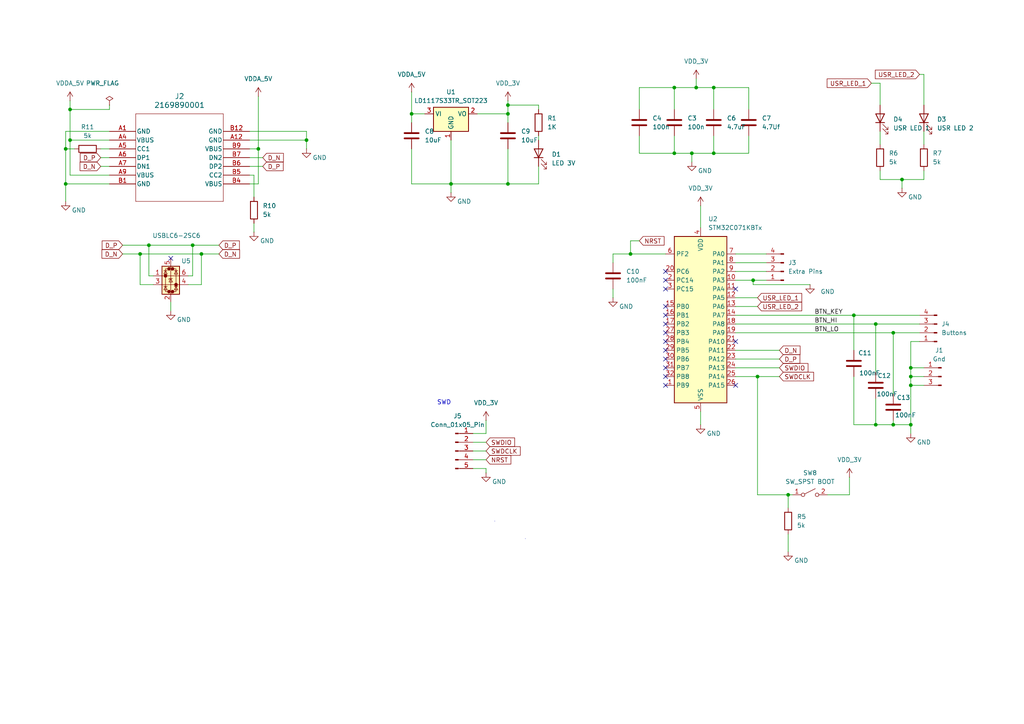
<source format=kicad_sch>
(kicad_sch (version 20231120) (generator "eeschema") (generator_version "8.0")
  (paper "A4")
  (lib_symbols
    (symbol "Connector:Conn_01x03_Pin" (pin_names (offset 1.016) hide)
      (property "Reference" "J" (at 0 5.08 0))
      (property "Value" "Conn_01x03_Pin" (at 0 -5.08 0))
      (symbol "Conn_01x03_Pin_1_1"
        (polyline (pts (xy 1.27 -2.54) (xy 0.8636 -2.54)) (stroke (width 0.1524)))
        (polyline (pts (xy 1.27 0) (xy 0.8636 0)) (stroke (width 0.1524)))
        (polyline (pts (xy 1.27 2.54) (xy 0.8636 2.54)) (stroke (width 0.1524)))
        (rectangle (start 0.8636 -2.413) (end 0 -2.667) (stroke (width 0.1524)) (fill (type outline)))
        (rectangle (start 0.8636 0.127) (end 0 -0.127) (stroke (width 0.1524)) (fill (type outline)))
        (rectangle (start 0.8636 2.667) (end 0 2.413) (stroke (width 0.1524)) (fill (type outline)))
        (pin passive line (at 5.08 2.54 180) (length 3.81) (name "Pin_1") (number "1"))
        (pin passive line (at 5.08 0 180) (length 3.81) (name "Pin_2") (number "2"))
        (pin passive line (at 5.08 -2.54 180) (length 3.81) (name "Pin_3") (number "3"))
      )
    )
    (symbol "Connector:Conn_01x04_Pin" (pin_names (offset 1.016) hide)
      (property "Reference" "J" (at 0 5.08 0))
      (property "Value" "Conn_01x04_Pin" (at 0 -7.62 0))
      (symbol "Conn_01x04_Pin_1_1"
        (polyline (pts (xy 1.27 -5.08) (xy 0.8636 -5.08)) (stroke (width 0.1524)))
        (polyline (pts (xy 1.27 -2.54) (xy 0.8636 -2.54)) (stroke (width 0.1524)))
        (polyline (pts (xy 1.27 0) (xy 0.8636 0)) (stroke (width 0.1524)))
        (polyline (pts (xy 1.27 2.54) (xy 0.8636 2.54)) (stroke (width 0.1524)))
        (rectangle (start 0.8636 -4.953) (end 0 -5.207) (stroke (width 0.1524)) (fill (type outline)))
        (rectangle (start 0.8636 -2.413) (end 0 -2.667) (stroke (width 0.1524)) (fill (type outline)))
        (rectangle (start 0.8636 0.127) (end 0 -0.127) (stroke (width 0.1524)) (fill (type outline)))
        (rectangle (start 0.8636 2.667) (end 0 2.413) (stroke (width 0.1524)) (fill (type outline)))
        (pin passive line (at 5.08 2.54 180) (length 3.81) (name "Pin_1") (number "1"))
        (pin passive line (at 5.08 0 180) (length 3.81) (name "Pin_2") (number "2"))
        (pin passive line (at 5.08 -2.54 180) (length 3.81) (name "Pin_3") (number "3"))
        (pin passive line (at 5.08 -5.08 180) (length 3.81) (name "Pin_4") (number "4"))
      )
    )
    (symbol "Connector:Conn_01x05_Pin" (pin_names (offset 1.016) hide)
      (property "Reference" "J" (at 0 7.62 0))
      (property "Value" "Conn_01x05_Pin" (at 0 -7.62 0))
      (symbol "Conn_01x05_Pin_1_1"
        (polyline (pts (xy 1.27 -5.08) (xy 0.8636 -5.08)) (stroke (width 0.1524)))
        (polyline (pts (xy 1.27 -2.54) (xy 0.8636 -2.54)) (stroke (width 0.1524)))
        (polyline (pts (xy 1.27 0) (xy 0.8636 0)) (stroke (width 0.1524)))
        (polyline (pts (xy 1.27 2.54) (xy 0.8636 2.54)) (stroke (width 0.1524)))
        (polyline (pts (xy 1.27 5.08) (xy 0.8636 5.08)) (stroke (width 0.1524)))
        (rectangle (start 0.8636 -4.953) (end 0 -5.207) (stroke (width 0.1524)) (fill (type outline)))
        (rectangle (start 0.8636 -2.413) (end 0 -2.667) (stroke (width 0.1524)) (fill (type outline)))
        (rectangle (start 0.8636 0.127) (end 0 -0.127) (stroke (width 0.1524)) (fill (type outline)))
        (rectangle (start 0.8636 2.667) (end 0 2.413) (stroke (width 0.1524)) (fill (type outline)))
        (rectangle (start 0.8636 5.207) (end 0 4.953) (stroke (width 0.1524)) (fill (type outline)))
        (pin passive line (at 5.08 5.08 180) (length 3.81) (name "Pin_1") (number "1"))
        (pin passive line (at 5.08 2.54 180) (length 3.81) (name "Pin_2") (number "2"))
        (pin passive line (at 5.08 0 180) (length 3.81) (name "Pin_3") (number "3"))
        (pin passive line (at 5.08 -2.54 180) (length 3.81) (name "Pin_4") (number "4"))
        (pin passive line (at 5.08 -5.08 180) (length 3.81) (name "Pin_5") (number "5"))
      )
    )
    (symbol "Device:C" (pin_numbers hide) (pin_names (offset 0.254))
      (property "Reference" "C" (at 0.635 2.54 0))
      (property "Value" "C" (at 0.635 -2.54 0))
      (symbol "C_0_1"
        (polyline (pts (xy -2.032 -0.762) (xy 2.032 -0.762)) (stroke (width 0.508)))
        (polyline (pts (xy -2.032 0.762) (xy 2.032 0.762)) (stroke (width 0.508)))
      )
      (symbol "C_1_1"
        (pin passive line (at 0 3.81 270) (length 2.794) (name "~") (number "1"))
        (pin passive line (at 0 -3.81 90) (length 2.794) (name "~") (number "2"))
      )
    )
    (symbol "Device:LED" (pin_numbers hide) (pin_names (offset 1.016) hide)
      (property "Reference" "D" (at 0 2.54 0))
      (property "Value" "LED" (at 0 -2.54 0))
      (symbol "LED_0_1"
        (polyline (pts (xy -1.27 -1.27) (xy -1.27 1.27)) (stroke (width 0.254)))
        (polyline (pts (xy -1.27 0) (xy 1.27 0)))
        (polyline (pts (xy 1.27 -1.27) (xy 1.27 1.27) (xy -1.27 0) (xy 1.27 -1.27)) (stroke (width 0.254)))
        (polyline (pts (xy -3.048 -0.762) (xy -4.572 -2.286) (xy -3.81 -2.286) (xy -4.572 -2.286) (xy -4.572 -1.524)))
        (polyline (pts (xy -1.778 -0.762) (xy -3.302 -2.286) (xy -2.54 -2.286) (xy -3.302 -2.286) (xy -3.302 -1.524)))
      )
      (symbol "LED_1_1"
        (pin passive line (at -3.81 0 0) (length 2.54) (name "K") (number "1"))
        (pin passive line (at 3.81 0 180) (length 2.54) (name "A") (number "2"))
      )
    )
    (symbol "Device:R" (pin_numbers hide) (pin_names (offset 0))
      (property "Reference" "R" (at 2.032 0 90))
      (property "Value" "R" (at 0 0 90))
      (symbol "R_0_1"
        (rectangle (start -1.016 -2.54) (end 1.016 2.54) (stroke (width 0.254)))
      )
      (symbol "R_1_1"
        (pin passive line (at 0 3.81 270) (length 1.27) (name "~") (number "1"))
        (pin passive line (at 0 -3.81 90) (length 1.27) (name "~") (number "2"))
      )
    )
    (symbol "MCU_ST_STM32C0:STM32C071KBTx"
      (property "Reference" "U" (at -7.62 26.67 0))
      (property "Value" "STM32C071KBTx" (at 2.54 26.67 0))
      (symbol "STM32C071KBTx_0_1"
        (rectangle (start -7.62 -22.86) (end 7.62 25.4) (stroke (width 0.254)) (fill (type background)))
      )
      (symbol "STM32C071KBTx_1_1"
        (pin bidirectional line (at -10.16 -17.78 0) (length 2.54) (name "PB9") (number "1"))
        (pin bidirectional line (at 10.16 12.7 180) (length 2.54) (name "PA3") (number "10"))
        (pin bidirectional line (at 10.16 10.16 180) (length 2.54) (name "PA4") (number "11"))
        (pin bidirectional line (at 10.16 7.62 180) (length 2.54) (name "PA5") (number "12"))
        (pin bidirectional line (at 10.16 5.08 180) (length 2.54) (name "PA6") (number "13"))
        (pin bidirectional line (at 10.16 2.54 180) (length 2.54) (name "PA7") (number "14"))
        (pin bidirectional line (at -10.16 5.08 0) (length 2.54) (name "PB0") (number "15"))
        (pin bidirectional line (at -10.16 2.54 0) (length 2.54) (name "PB1") (number "16"))
        (pin bidirectional line (at -10.16 0 0) (length 2.54) (name "PB2") (number "17"))
        (pin bidirectional line (at 10.16 0 180) (length 2.54) (name "PA8") (number "18"))
        (pin bidirectional line (at 10.16 -2.54 180) (length 2.54) (name "PA9") (number "19"))
        (pin bidirectional line (at -10.16 12.7 0) (length 2.54) (name "PC14") (number "2"))
        (pin bidirectional line (at -10.16 15.24 0) (length 2.54) (name "PC6") (number "20"))
        (pin bidirectional line (at 10.16 -5.08 180) (length 2.54) (name "PA10") (number "21"))
        (pin bidirectional line (at 10.16 -7.62 180) (length 2.54) (name "PA11") (number "22"))
        (pin bidirectional line (at 10.16 -10.16 180) (length 2.54) (name "PA12") (number "23"))
        (pin bidirectional line (at 10.16 -12.7 180) (length 2.54) (name "PA13") (number "24"))
        (pin bidirectional line (at 10.16 -15.24 180) (length 2.54) (name "PA14") (number "25"))
        (pin bidirectional line (at 10.16 -17.78 180) (length 2.54) (name "PA15") (number "26"))
        (pin bidirectional line (at -10.16 -2.54 0) (length 2.54) (name "PB3") (number "27"))
        (pin bidirectional line (at -10.16 -5.08 0) (length 2.54) (name "PB4") (number "28"))
        (pin bidirectional line (at -10.16 -7.62 0) (length 2.54) (name "PB5") (number "29"))
        (pin bidirectional line (at -10.16 10.16 0) (length 2.54) (name "PC15") (number "3"))
        (pin bidirectional line (at -10.16 -10.16 0) (length 2.54) (name "PB6") (number "30"))
        (pin bidirectional line (at -10.16 -12.7 0) (length 2.54) (name "PB7") (number "31"))
        (pin bidirectional line (at -10.16 -15.24 0) (length 2.54) (name "PB8") (number "32"))
        (pin power_in line (at 0 27.94 270) (length 2.54) (name "VDD") (number "4"))
        (pin power_in line (at 0 -25.4 90) (length 2.54) (name "VSS") (number "5"))
        (pin bidirectional line (at -10.16 20.32 0) (length 2.54) (name "PF2") (number "6"))
        (pin bidirectional line (at 10.16 20.32 180) (length 2.54) (name "PA0") (number "7"))
        (pin bidirectional line (at 10.16 17.78 180) (length 2.54) (name "PA1") (number "8"))
        (pin bidirectional line (at 10.16 15.24 180) (length 2.54) (name "PA2") (number "9"))
      )
    )
    (symbol "Power_Protection:USBLC6-2SC6" (pin_names hide)
      (property "Reference" "U" (at 0.635 5.715 0))
      (property "Value" "USBLC6-2SC6" (at 0.635 3.81 0))
      (symbol "USBLC6-2SC6_0_0"
        (circle (center -1.524 0) (radius 0.0001) (stroke (width 0.508)))
        (circle (center -0.508 -4.572) (radius 0.0001) (stroke (width 0.508)))
        (circle (center -0.508 2.032) (radius 0.0001) (stroke (width 0.508)))
        (circle (center 0.508 -4.572) (radius 0.0001) (stroke (width 0.508)))
        (circle (center 0.508 2.032) (radius 0.0001) (stroke (width 0.508)))
        (circle (center 1.524 -2.54) (radius 0.0001) (stroke (width 0.508)))
      )
      (symbol "USBLC6-2SC6_0_1"
        (polyline (pts (xy -2.54 -2.54) (xy 2.54 -2.54)))
        (polyline (pts (xy -2.54 0) (xy 2.54 0)))
        (polyline (pts (xy -2.032 -3.048) (xy -1.016 -3.048)))
        (polyline (pts (xy -1.016 1.524) (xy -2.032 1.524)))
        (polyline (pts (xy 1.016 -3.048) (xy 2.032 -3.048)))
        (polyline (pts (xy 1.016 1.524) (xy 2.032 1.524)))
        (polyline (pts (xy -0.508 -1.143) (xy -0.508 -0.762) (xy 0.508 -0.762)))
        (polyline (pts (xy -2.032 0.508) (xy -1.016 0.508) (xy -1.524 1.524) (xy -2.032 0.508)))
        (polyline (pts (xy -1.016 -4.064) (xy -2.032 -4.064) (xy -1.524 -3.048) (xy -1.016 -4.064)))
        (polyline (pts (xy 0.508 -1.778) (xy -0.508 -1.778) (xy 0 -0.762) (xy 0.508 -1.778)))
        (polyline (pts (xy 2.032 -4.064) (xy 1.016 -4.064) (xy 1.524 -3.048) (xy 2.032 -4.064)))
        (polyline (pts (xy 2.032 0.508) (xy 1.016 0.508) (xy 1.524 1.524) (xy 2.032 0.508)))
        (polyline (pts (xy 0 2.54) (xy -0.508 2.032) (xy 0.508 2.032) (xy 0 1.524) (xy 0 -4.064) (xy -0.508 -4.572) (xy 0.508 -4.572) (xy 0 -5.08)))
      )
      (symbol "USBLC6-2SC6_1_1"
        (rectangle (start -2.54 2.794) (end 2.54 -5.334) (stroke (width 0.254)) (fill (type background)))
        (polyline (pts (xy -0.508 2.032) (xy -1.524 2.032) (xy -1.524 -4.572) (xy -0.508 -4.572)))
        (polyline (pts (xy 0.508 -4.572) (xy 1.524 -4.572) (xy 1.524 2.032) (xy 0.508 2.032)))
        (pin passive line (at -5.08 0 0) (length 2.54) (name "I/O1") (number "1"))
        (pin passive line (at 0 -7.62 90) (length 2.54) (name "GND") (number "2"))
        (pin passive line (at -5.08 -2.54 0) (length 2.54) (name "I/O2") (number "3"))
        (pin passive line (at 5.08 -2.54 180) (length 2.54) (name "I/O2") (number "4"))
        (pin passive line (at 0 5.08 270) (length 2.54) (name "VBUS") (number "5"))
        (pin passive line (at 5.08 0 180) (length 2.54) (name "I/O1") (number "6"))
      )
    )
    (symbol "Regulator_Linear:LD1117S33TR_SOT223"
      (property "Reference" "U" (at -3.81 3.175 0))
      (property "Value" "LD1117S33TR_SOT223" (at 0 3.175 0))
      (symbol "LD1117S33TR_SOT223_0_1"
        (rectangle (start -5.08 -5.08) (end 5.08 1.905) (stroke (width 0.254)) (fill (type background)))
      )
      (symbol "LD1117S33TR_SOT223_1_1"
        (pin power_in line (at 0 -7.62 90) (length 2.54) (name "GND") (number "1"))
        (pin power_out line (at 7.62 0 180) (length 2.54) (name "VO") (number "2"))
        (pin power_in line (at -7.62 0 0) (length 2.54) (name "VI") (number "3"))
      )
    )
    (symbol "Switch:SW_SPST" (pin_names (offset 0) hide)
      (property "Reference" "SW" (at 0 3.175 0))
      (property "Value" "SW_SPST" (at 0 -2.54 0))
      (symbol "SW_SPST_0_0"
        (circle (center -2.032 0) (radius 0.508))
        (polyline (pts (xy -1.524 0.254) (xy 1.524 1.778)))
        (circle (center 2.032 0) (radius 0.508))
      )
      (symbol "SW_SPST_1_1"
        (pin passive line (at -5.08 0 0) (length 2.54) (name "A") (number "1"))
        (pin passive line (at 5.08 0 180) (length 2.54) (name "B") (number "2"))
      )
    )
    (symbol "USB Connector:2169890001" (pin_names (offset 0.254))
      (property "Reference" "J" (at 20.32 10.16 0))
      (property "Value" "2169890001" (at 20.32 7.62 0))
      (symbol "2169890001_0_1"
        (polyline (pts (xy 7.62 -20.32) (xy 33.02 -20.32)) (stroke (width 0.127)))
        (polyline (pts (xy 7.62 5.08) (xy 7.62 -20.32)) (stroke (width 0.127)))
        (polyline (pts (xy 33.02 -20.32) (xy 33.02 5.08)) (stroke (width 0.127)))
        (polyline (pts (xy 33.02 5.08) (xy 7.62 5.08)) (stroke (width 0.127)))
        (pin power_out line (at 0 0 0) (length 7.62) (name "GND") (number "A1"))
        (pin power_out line (at 40.64 -2.54 180) (length 7.62) (name "GND") (number "A12"))
        (pin power_in line (at 0 -2.54 0) (length 7.62) (name "VBUS") (number "A4"))
        (pin bidirectional line (at 0 -5.08 0) (length 7.62) (name "CC1") (number "A5"))
        (pin bidirectional line (at 0 -7.62 0) (length 7.62) (name "DP1") (number "A6"))
        (pin bidirectional line (at 0 -10.16 0) (length 7.62) (name "DN1") (number "A7"))
        (pin power_in line (at 0 -12.7 0) (length 7.62) (name "VBUS") (number "A9"))
        (pin power_out line (at 0 -15.24 0) (length 7.62) (name "GND") (number "B1"))
        (pin power_out line (at 40.64 0 180) (length 7.62) (name "GND") (number "B12"))
        (pin power_in line (at 40.64 -15.24 180) (length 7.62) (name "VBUS") (number "B4"))
        (pin bidirectional line (at 40.64 -12.7 180) (length 7.62) (name "CC2") (number "B5"))
        (pin bidirectional line (at 40.64 -10.16 180) (length 7.62) (name "DP2") (number "B6"))
        (pin bidirectional line (at 40.64 -7.62 180) (length 7.62) (name "DN2") (number "B7"))
        (pin power_in line (at 40.64 -5.08 180) (length 7.62) (name "VBUS") (number "B9"))
      )
    )
    (symbol "power:GND" (power) (pin_numbers hide) (pin_names (offset 0) hide)
      (property "Value" "GND" (at 0 -3.81 0))
      (symbol "GND_0_1"
        (polyline (pts (xy 0 0) (xy 0 -1.27) (xy 1.27 -1.27) (xy 0 -2.54) (xy -1.27 -1.27) (xy 0 -1.27)))
      )
      (symbol "GND_1_1"
        (pin power_in line (at 0 0 270) (length 0) (name "~") (number "1"))
      )
    )
    (symbol "power:PWR_FLAG" (power) (pin_numbers hide) (pin_names (offset 0) hide)
      (property "Value" "PWR_FLAG" (at 0 3.81 0))
      (symbol "PWR_FLAG_0_0"
        (pin power_out line (at 0 0 90) (length 0) (name "~") (number "1"))
      )
      (symbol "PWR_FLAG_0_1"
        (polyline (pts (xy 0 0) (xy 0 1.27) (xy -1.016 1.905) (xy 0 2.54) (xy 1.016 1.905) (xy 0 1.27)))
      )
    )
    (symbol "power:VDD" (power) (pin_numbers hide) (pin_names (offset 0) hide)
      (property "Value" "VDD" (at 0 3.556 0))
      (symbol "VDD_0_1"
        (polyline (pts (xy -0.762 1.27) (xy 0 2.54)))
        (polyline (pts (xy 0 0) (xy 0 2.54)))
        (polyline (pts (xy 0 2.54) (xy 0.762 1.27)))
      )
      (symbol "VDD_1_1"
        (pin power_in line (at 0 0 90) (length 0) (name "~") (number "1"))
      )
    )
    (symbol "power:VDDA" (power) (pin_numbers hide) (pin_names (offset 0) hide)
      (property "Value" "VDDA" (at 0 3.556 0))
      (symbol "VDDA_0_1"
        (polyline (pts (xy -0.762 1.27) (xy 0 2.54)))
        (polyline (pts (xy 0 0) (xy 0 2.54)))
        (polyline (pts (xy 0 2.54) (xy 0.762 1.27)))
      )
      (symbol "VDDA_1_1"
        (pin power_in line (at 0 0 90) (length 0) (name "~") (number "1"))
      )
    )
  )
  (junction (at 254 123.19))
  (junction (at 200.66 44.45))
  (junction (at 20.32 31.75))
  (junction (at 55.88 71.12))
  (junction (at 264.16 109.22))
  (junction (at 119.38 33.02))
  (junction (at 195.58 44.45))
  (junction (at 19.05 53.34))
  (junction (at 264.16 106.68))
  (junction (at 247.65 91.44))
  (junction (at 195.58 25.4))
  (junction (at 218.44 81.28))
  (junction (at 182.88 73.66))
  (junction (at 207.01 44.45))
  (junction (at 74.93 43.18))
  (junction (at 201.93 25.4))
  (junction (at 264.16 111.76))
  (junction (at 261.62 52.07))
  (junction (at 20.32 40.64))
  (junction (at 207.01 25.4))
  (junction (at 147.32 30.48))
  (junction (at 254 93.98))
  (junction (at 88.9 40.64))
  (junction (at 147.32 53.34))
  (junction (at 40.64 73.66))
  (junction (at 259.08 123.19))
  (junction (at 228.6 143.51))
  (junction (at 259.08 96.52))
  (junction (at 219.71 109.22))
  (junction (at 58.42 73.66))
  (junction (at 147.32 33.02))
  (junction (at 264.16 123.19))
  (junction (at 19.05 43.18))
  (junction (at 130.81 53.34))
  (junction (at 43.18 71.12))
  (no_connect (at 213.36 83.82))
  (no_connect (at 193.04 101.6))
  (no_connect (at 193.04 104.14))
  (no_connect (at 213.36 99.06))
  (no_connect (at 193.04 99.06))
  (no_connect (at 193.04 81.28))
  (no_connect (at 193.04 109.22))
  (no_connect (at 193.04 88.9))
  (no_connect (at 193.04 111.76))
  (no_connect (at 193.04 93.98))
  (no_connect (at 49.53 74.93))
  (no_connect (at 213.36 111.76))
  (no_connect (at 193.04 91.44))
  (no_connect (at 193.04 96.52))
  (no_connect (at 193.04 78.74))
  (no_connect (at 193.04 83.82))
  (no_connect (at 193.04 106.68))
  (wire (pts (xy 185.42 69.85) (xy 182.88 69.85)))
  (wire (pts (xy 207.01 25.4) (xy 217.17 25.4)))
  (wire (pts (xy 264.16 106.68) (xy 267.97 106.68)))
  (wire (pts (xy 147.32 33.02) (xy 147.32 35.56)))
  (wire (pts (xy 201.93 22.86) (xy 201.93 25.4)))
  (wire (pts (xy 137.16 135.89) (xy 140.97 135.89)))
  (wire (pts (xy 88.9 40.64) (xy 88.9 43.18)))
  (wire (pts (xy 74.93 53.34) (xy 74.93 43.18)))
  (wire (pts (xy 72.39 53.34) (xy 74.93 53.34)))
  (wire (pts (xy 147.32 33.02) (xy 147.32 30.48)))
  (wire (pts (xy 213.36 78.74) (xy 222.25 78.74)))
  (wire (pts (xy 217.17 25.4) (xy 217.17 31.75)))
  (wire (pts (xy 29.21 43.18) (xy 31.75 43.18)))
  (wire (pts (xy 147.32 43.18) (xy 147.32 53.34)))
  (wire (pts (xy 182.88 73.66) (xy 193.04 73.66)))
  (wire (pts (xy 72.39 38.1) (xy 88.9 38.1)))
  (wire (pts (xy 264.16 111.76) (xy 267.97 111.76)))
  (wire (pts (xy 29.21 48.26) (xy 31.75 48.26)))
  (wire (pts (xy 156.21 30.48) (xy 156.21 31.75)))
  (wire (pts (xy 137.16 125.73) (xy 140.97 125.73)))
  (wire (pts (xy 200.66 44.45) (xy 207.01 44.45)))
  (wire (pts (xy 147.32 30.48) (xy 156.21 30.48)))
  (wire (pts (xy 267.97 52.07) (xy 267.97 49.53)))
  (wire (pts (xy 267.97 21.59) (xy 267.97 30.48)))
  (wire (pts (xy 213.36 91.44) (xy 247.65 91.44)))
  (wire (pts (xy 156.21 48.26) (xy 156.21 53.34)))
  (wire (pts (xy 255.27 49.53) (xy 255.27 52.07)))
  (wire (pts (xy 137.16 130.81) (xy 140.97 130.81)))
  (wire (pts (xy 264.16 109.22) (xy 267.97 109.22)))
  (wire (pts (xy 261.62 52.07) (xy 267.97 52.07)))
  (wire (pts (xy 240.03 143.51) (xy 246.38 143.51)))
  (wire (pts (xy 185.42 44.45) (xy 195.58 44.45)))
  (wire (pts (xy 213.36 106.68) (xy 226.06 106.68)))
  (wire (pts (xy 29.21 45.72) (xy 31.75 45.72)))
  (wire (pts (xy 44.45 82.55) (xy 40.64 82.55)))
  (wire (pts (xy 119.38 33.02) (xy 119.38 35.56)))
  (wire (pts (xy 213.36 104.14) (xy 226.06 104.14)))
  (wire (pts (xy 73.66 50.8) (xy 73.66 57.15)))
  (wire (pts (xy 19.05 43.18) (xy 21.59 43.18)))
  (wire (pts (xy 20.32 50.8) (xy 20.32 40.64)))
  (wire (pts (xy 207.01 39.37) (xy 207.01 44.45)))
  (wire (pts (xy 54.61 80.01) (xy 55.88 80.01)))
  (wire (pts (xy 200.66 44.45) (xy 200.66 46.99)))
  (wire (pts (xy 140.97 125.73) (xy 140.97 121.92)))
  (wire (pts (xy 156.21 53.34) (xy 147.32 53.34)))
  (wire (pts (xy 213.36 73.66) (xy 222.25 73.66)))
  (wire (pts (xy 20.32 31.75) (xy 20.32 29.21)))
  (wire (pts (xy 219.71 109.22) (xy 219.71 143.51)))
  (wire (pts (xy 31.75 30.48) (xy 31.75 31.75)))
  (wire (pts (xy 228.6 143.51) (xy 229.87 143.51)))
  (wire (pts (xy 203.2 59.69) (xy 203.2 66.04)))
  (wire (pts (xy 19.05 53.34) (xy 19.05 58.42)))
  (wire (pts (xy 58.42 73.66) (xy 63.5 73.66)))
  (wire (pts (xy 259.08 96.52) (xy 266.7 96.52)))
  (wire (pts (xy 55.88 80.01) (xy 55.88 71.12)))
  (wire (pts (xy 195.58 39.37) (xy 195.58 44.45)))
  (wire (pts (xy 213.36 109.22) (xy 219.71 109.22)))
  (wire (pts (xy 72.39 43.18) (xy 74.93 43.18)))
  (wire (pts (xy 255.27 52.07) (xy 261.62 52.07)))
  (wire (pts (xy 207.01 25.4) (xy 207.01 31.75)))
  (wire (pts (xy 123.19 33.02) (xy 119.38 33.02)))
  (wire (pts (xy 185.42 25.4) (xy 195.58 25.4)))
  (wire (pts (xy 119.38 26.67) (xy 119.38 33.02)))
  (wire (pts (xy 219.71 143.51) (xy 228.6 143.51)))
  (wire (pts (xy 182.88 69.85) (xy 182.88 73.66)))
  (wire (pts (xy 43.18 80.01) (xy 44.45 80.01)))
  (wire (pts (xy 246.38 143.51) (xy 246.38 138.43)))
  (wire (pts (xy 254 123.19) (xy 259.08 123.19)))
  (wire (pts (xy 72.39 45.72) (xy 76.2 45.72)))
  (wire (pts (xy 247.65 123.19) (xy 254 123.19)))
  (wire (pts (xy 213.36 101.6) (xy 226.06 101.6)))
  (wire (pts (xy 228.6 147.32) (xy 228.6 143.51)))
  (wire (pts (xy 43.18 71.12) (xy 43.18 80.01)))
  (wire (pts (xy 35.56 71.12) (xy 43.18 71.12)))
  (wire (pts (xy 247.65 91.44) (xy 266.7 91.44)))
  (wire (pts (xy 185.42 39.37) (xy 185.42 44.45)))
  (wire (pts (xy 264.16 106.68) (xy 264.16 99.06)))
  (wire (pts (xy 130.81 40.64) (xy 130.81 53.34)))
  (wire (pts (xy 234.95 82.55) (xy 218.44 82.55)))
  (wire (pts (xy 267.97 38.1) (xy 267.97 41.91)))
  (wire (pts (xy 54.61 82.55) (xy 58.42 82.55)))
  (wire (pts (xy 73.66 50.8) (xy 72.39 50.8)))
  (wire (pts (xy 247.65 123.19) (xy 247.65 109.22)))
  (wire (pts (xy 156.21 39.37) (xy 156.21 40.64)))
  (wire (pts (xy 264.16 109.22) (xy 264.16 106.68)))
  (wire (pts (xy 195.58 44.45) (xy 200.66 44.45)))
  (wire (pts (xy 20.32 50.8) (xy 31.75 50.8)))
  (wire (pts (xy 137.16 128.27) (xy 140.97 128.27)))
  (wire (pts (xy 217.17 44.45) (xy 217.17 39.37)))
  (wire (pts (xy 213.36 93.98) (xy 254 93.98)))
  (wire (pts (xy 55.88 71.12) (xy 63.5 71.12)))
  (wire (pts (xy 74.93 43.18) (xy 74.93 27.94)))
  (wire (pts (xy 137.16 133.35) (xy 140.97 133.35)))
  (wire (pts (xy 201.93 25.4) (xy 207.01 25.4)))
  (wire (pts (xy 138.43 33.02) (xy 147.32 33.02)))
  (wire (pts (xy 218.44 82.55) (xy 218.44 81.28)))
  (wire (pts (xy 130.81 53.34) (xy 119.38 53.34)))
  (wire (pts (xy 254 115.57) (xy 254 123.19)))
  (wire (pts (xy 252.73 24.13) (xy 255.27 24.13)))
  (wire (pts (xy 261.62 52.07) (xy 261.62 54.61)))
  (wire (pts (xy 20.32 40.64) (xy 20.32 31.75)))
  (wire (pts (xy 177.8 73.66) (xy 177.8 76.2)))
  (wire (pts (xy 259.08 121.92) (xy 259.08 123.19)))
  (wire (pts (xy 130.81 53.34) (xy 130.81 55.88)))
  (wire (pts (xy 264.16 125.73) (xy 264.16 123.19)))
  (wire (pts (xy 119.38 53.34) (xy 119.38 43.18)))
  (wire (pts (xy 247.65 91.44) (xy 247.65 101.6)))
  (wire (pts (xy 255.27 38.1) (xy 255.27 41.91)))
  (wire (pts (xy 72.39 40.64) (xy 88.9 40.64)))
  (wire (pts (xy 58.42 73.66) (xy 58.42 82.55)))
  (wire (pts (xy 203.2 119.38) (xy 203.2 123.19)))
  (wire (pts (xy 147.32 30.48) (xy 147.32 29.21)))
  (wire (pts (xy 177.8 73.66) (xy 182.88 73.66)))
  (wire (pts (xy 259.08 96.52) (xy 259.08 114.3)))
  (wire (pts (xy 219.71 109.22) (xy 226.06 109.22)))
  (wire (pts (xy 19.05 53.34) (xy 31.75 53.34)))
  (wire (pts (xy 40.64 73.66) (xy 58.42 73.66)))
  (wire (pts (xy 213.36 76.2) (xy 222.25 76.2)))
  (wire (pts (xy 140.97 135.89) (xy 140.97 137.16)))
  (wire (pts (xy 195.58 25.4) (xy 195.58 31.75)))
  (wire (pts (xy 185.42 31.75) (xy 185.42 25.4)))
  (wire (pts (xy 264.16 99.06) (xy 266.7 99.06)))
  (wire (pts (xy 19.05 43.18) (xy 19.05 53.34)))
  (wire (pts (xy 259.08 123.19) (xy 264.16 123.19)))
  (wire (pts (xy 20.32 40.64) (xy 31.75 40.64)))
  (wire (pts (xy 88.9 38.1) (xy 88.9 40.64)))
  (wire (pts (xy 72.39 48.26) (xy 76.2 48.26)))
  (wire (pts (xy 130.81 53.34) (xy 147.32 53.34)))
  (wire (pts (xy 264.16 123.19) (xy 264.16 111.76)))
  (wire (pts (xy 19.05 38.1) (xy 31.75 38.1)))
  (wire (pts (xy 43.18 71.12) (xy 55.88 71.12)))
  (wire (pts (xy 213.36 96.52) (xy 259.08 96.52)))
  (wire (pts (xy 255.27 24.13) (xy 255.27 30.48)))
  (wire (pts (xy 213.36 86.36) (xy 219.71 86.36)))
  (wire (pts (xy 213.36 81.28) (xy 218.44 81.28)))
  (wire (pts (xy 254 93.98) (xy 254 107.95)))
  (wire (pts (xy 40.64 82.55) (xy 40.64 73.66)))
  (wire (pts (xy 213.36 88.9) (xy 219.71 88.9)))
  (wire (pts (xy 195.58 25.4) (xy 201.93 25.4)))
  (wire (pts (xy 19.05 38.1) (xy 19.05 43.18)))
  (wire (pts (xy 254 93.98) (xy 266.7 93.98)))
  (wire (pts (xy 49.53 87.63) (xy 49.53 90.17)))
  (wire (pts (xy 218.44 81.28) (xy 222.25 81.28)))
  (wire (pts (xy 31.75 31.75) (xy 20.32 31.75)))
  (wire (pts (xy 264.16 111.76) (xy 264.16 109.22)))
  (wire (pts (xy 228.6 154.94) (xy 228.6 160.02)))
  (wire (pts (xy 35.56 73.66) (xy 40.64 73.66)))
  (wire (pts (xy 207.01 44.45) (xy 217.17 44.45)))
  (wire (pts (xy 73.66 64.77) (xy 73.66 67.31)))
  (wire (pts (xy 177.8 86.36) (xy 177.8 83.82)))
  (wire (pts (xy 266.7 21.59) (xy 267.97 21.59)))
  (rectangle (start 152.4 156.21) (end 152.4 156.21))
  (rectangle (start 143.51 151.13) (end 143.51 151.13))
  (text "SWD \n" (at 129.286 116.84 0) (effects (font (size 1.27 1.27))))
  (label "BTN_HI" (at 236.22 93.98 0))
  (label "BTN_LO" (at 236.22 96.52 0))
  (label "BTN_KEY" (at 236.22 91.44 0))
  (global_label "D_P" (shape input) (at 29.21 45.72 180) (property "Intersheetrefs" "${INTERSHEET_REFS}" (effects (hide yes))))
  (global_label "SWDIO" (shape input) (at 140.97 128.27 0) (property "Intersheetrefs" "${INTERSHEET_REFS}" (effects (hide yes))))
  (global_label "D_P" (shape input) (at 76.2 48.26 0) (property "Intersheetrefs" "${INTERSHEET_REFS}" (effects (hide yes))))
  (global_label "D_N" (shape input) (at 29.21 48.26 180) (property "Intersheetrefs" "${INTERSHEET_REFS}" (effects (hide yes))))
  (global_label "USR_LED_2" (shape input) (at 219.71 88.9 0) (property "Intersheetrefs" "${INTERSHEET_REFS}" (effects (hide yes))))
  (global_label "D_N" (shape input) (at 76.2 45.72 0) (property "Intersheetrefs" "${INTERSHEET_REFS}" (effects (hide yes))))
  (global_label "NRST" (shape input) (at 185.42 69.85 0) (property "Intersheetrefs" "${INTERSHEET_REFS}" (effects (hide yes))))
  (global_label "D_P" (shape input) (at 226.06 104.14 0) (property "Intersheetrefs" "${INTERSHEET_REFS}" (effects (hide yes))))
  (global_label "D_N" (shape input) (at 35.56 73.66 180) (property "Intersheetrefs" "${INTERSHEET_REFS}" (effects (hide yes))))
  (global_label "USR_LED_1" (shape input) (at 219.71 86.36 0) (property "Intersheetrefs" "${INTERSHEET_REFS}" (effects (hide yes))))
  (global_label "D_P" (shape input) (at 63.5 71.12 0) (property "Intersheetrefs" "${INTERSHEET_REFS}" (effects (hide yes))))
  (global_label "D_P" (shape input) (at 35.56 71.12 180) (property "Intersheetrefs" "${INTERSHEET_REFS}" (effects (hide yes))))
  (global_label "NRST" (shape input) (at 140.97 133.35 0) (property "Intersheetrefs" "${INTERSHEET_REFS}" (effects (hide yes))))
  (global_label "SWDCLK" (shape input) (at 226.06 109.22 0) (property "Intersheetrefs" "${INTERSHEET_REFS}" (effects (hide yes))))
  (global_label "USR_LED_2" (shape input) (at 266.7 21.59 180) (property "Intersheetrefs" "${INTERSHEET_REFS}" (effects (hide yes))))
  (global_label "SWDCLK" (shape input) (at 140.97 130.81 0) (property "Intersheetrefs" "${INTERSHEET_REFS}" (effects (hide yes))))
  (global_label "SWDIO" (shape input) (at 226.06 106.68 0) (property "Intersheetrefs" "${INTERSHEET_REFS}" (effects (hide yes))))
  (global_label "D_N" (shape input) (at 63.5 73.66 0) (property "Intersheetrefs" "${INTERSHEET_REFS}" (effects (hide yes))))
  (global_label "USR_LED_1" (shape input) (at 252.73 24.13 180) (property "Intersheetrefs" "${INTERSHEET_REFS}" (effects (hide yes))))
  (global_label "D_N" (shape input) (at 226.06 101.6 0) (property "Intersheetrefs" "${INTERSHEET_REFS}" (effects (hide yes))))
  (symbol (lib_id "Regulator_Linear:LD1117S33TR_SOT223") (at 130.81 33.02 0) (unit 1)
    (property "Reference" "U1" (at 130.81 26.67 0))
    (property "Value" "LD1117S33TR_SOT223" (at 130.81 29.21 0))
    (property "Footprint" "Package_TO_SOT_SMD:SOT-223-3_TabPin2" (effects (hide yes)))
    (property "Datasheet" "http://www.st.com/st-web-ui/static/active/en/resource/technical/document/datasheet/CD00000544.pdf" (effects (hide yes)))
    (property "Description" "800mA Fixed Low Drop Positive Voltage Regulator, Fixed Output 3.3V, SOT-223" (effects (hide yes)))
  )
  (symbol (lib_id "Device:C") (at 207.01 35.56 0) (unit 1)
    (property "Reference" "C6" (at 210.82 34.2899 0) (effects (justify left)))
    (property "Value" "4.7uF" (at 210.82 36.8299 0) (effects (justify left)))
    (property "Footprint" "Capacitor_SMD:C_0805_2012Metric_Pad1.18x1.45mm_HandSolder" (effects (hide yes)))
    (property "Description" "Unpolarized capacitor" (effects (hide yes)))
  )
  (symbol (lib_id "Device:C") (at 217.17 35.56 0) (unit 1)
    (property "Reference" "C7" (at 220.98 34.2899 0) (effects (justify left)))
    (property "Value" "4.7Uf" (at 220.98 36.8299 0) (effects (justify left)))
    (property "Footprint" "Capacitor_SMD:C_0805_2012Metric_Pad1.18x1.45mm_HandSolder" (effects (hide yes)))
    (property "Description" "Unpolarized capacitor" (effects (hide yes)))
  )
  (symbol (lib_id "Device:R") (at 25.4 43.18 270) (unit 1)
    (property "Reference" "R11" (at 25.4 36.83 90))
    (property "Value" "5k" (at 25.4 39.37 90))
    (property "Footprint" "Resistor_SMD:R_0805_2012Metric_Pad1.20x1.40mm_HandSolder" (effects (hide yes)))
    (property "Description" "Resistor" (effects (hide yes)))
  )
  (symbol (lib_id "power:GND") (at 177.8 86.36 0) (unit 1)
    (property "Reference" "#PWR011" (effects (hide yes)))
    (property "Value" "GND" (at 181.61 88.9 0))
    (property "Description" "Power symbol creates a global label with name \"GND\" , ground" (effects (hide yes)))
  )
  (symbol (lib_id "power:VDD") (at 246.38 138.43 0) (unit 1)
    (property "Reference" "#PWR015" (effects (hide yes)))
    (property "Value" "VDD_3V" (at 246.38 133.35 0))
    (property "Description" "Power symbol creates a global label with name \"VDD\"" (effects (hide yes)))
  )
  (symbol (lib_id "power:GND") (at 130.81 55.88 0) (unit 1)
    (property "Reference" "#PWR010" (effects (hide yes)))
    (property "Value" "GND" (at 134.62 58.42 0))
    (property "Description" "Power symbol creates a global label with name \"GND\" , ground" (effects (hide yes)))
  )
  (symbol (lib_id "Device:C") (at 195.58 35.56 0) (unit 1)
    (property "Reference" "C3" (at 199.39 34.2899 0) (effects (justify left)))
    (property "Value" "100n" (at 199.39 36.8299 0) (effects (justify left)))
    (property "Footprint" "Capacitor_SMD:C_0805_2012Metric_Pad1.18x1.45mm_HandSolder" (effects (hide yes)))
    (property "Description" "Unpolarized capacitor" (effects (hide yes)))
  )
  (symbol (lib_id "power:VDD") (at 147.32 29.21 0) (unit 1)
    (property "Reference" "#PWR09" (effects (hide yes)))
    (property "Value" "VDD_3V" (at 147.32 24.13 0))
    (property "Description" "Power symbol creates a global label with name \"VDD\"" (effects (hide yes)))
  )
  (symbol (lib_id "power:GND") (at 88.9 43.18 0) (unit 1)
    (property "Reference" "#PWR022" (effects (hide yes)))
    (property "Value" "GND" (at 92.71 45.72 0))
    (property "Description" "Power symbol creates a global label with name \"GND\" , ground" (effects (hide yes)))
  )
  (symbol (lib_id "Device:R") (at 267.97 45.72 0) (unit 1)
    (property "Reference" "R7" (at 270.51 44.4499 0) (effects (justify left)))
    (property "Value" "5k" (at 270.51 46.9899 0) (effects (justify left)))
    (property "Footprint" "Resistor_SMD:R_0805_2012Metric_Pad1.20x1.40mm_HandSolder" (effects (hide yes)))
    (property "Description" "Resistor" (effects (hide yes)))
  )
  (symbol (lib_id "Device:LED") (at 255.27 34.29 90) (unit 1)
    (property "Reference" "D4" (at 259.08 34.6074 90) (effects (justify right)))
    (property "Value" "USR LED 1" (at 259.08 37.1474 90) (effects (justify right)))
    (property "Footprint" "LED_SMD:LED_0805_2012Metric_Pad1.15x1.40mm_HandSolder" (effects (hide yes)))
    (property "Description" "Light emitting diode" (effects (hide yes)))
  )
  (symbol (lib_id "power:GND") (at 261.62 54.61 0) (unit 1)
    (property "Reference" "#PWR020" (effects (hide yes)))
    (property "Value" "GND" (at 265.43 57.15 0))
    (property "Description" "Power symbol creates a global label with name \"GND\" , ground" (effects (hide yes)))
  )
  (symbol (lib_id "power:GND") (at 203.2 123.19 0) (unit 1)
    (property "Reference" "#PWR04" (effects (hide yes)))
    (property "Value" "GND" (at 207.01 125.73 0))
    (property "Description" "Power symbol creates a global label with name \"GND\" , ground" (effects (hide yes)))
  )
  (symbol (lib_id "Connector:Conn_01x04_Pin") (at 227.33 78.74 180) (unit 1)
    (property "Reference" "J3" (at 228.6 76.1999 0) (effects (justify right)))
    (property "Value" "Extra Pins" (at 228.6 78.7399 0) (effects (justify right)))
    (property "Footprint" "Connector_PinSocket_2.54mm:PinSocket_1x04_P2.54mm_Vertical" (effects (hide yes)))
    (property "Description" "Generic connector, single row, 01x04, script generated" (effects (hide yes)))
  )
  (symbol (lib_id "power:GND") (at 49.53 90.17 0) (unit 1)
    (property "Reference" "#PWR026" (effects (hide yes)))
    (property "Value" "GND" (at 53.34 92.71 0))
    (property "Description" "Power symbol creates a global label with name \"GND\" , ground" (effects (hide yes)))
  )
  (symbol (lib_id "Device:C") (at 147.32 39.37 0) (unit 1)
    (property "Reference" "C9" (at 151.13 38.0999 0) (effects (justify left)))
    (property "Value" "10uF" (at 151.13 40.6399 0) (effects (justify left)))
    (property "Footprint" "Capacitor_SMD:C_0805_2012Metric_Pad1.18x1.45mm_HandSolder" (effects (hide yes)))
    (property "Description" "Unpolarized capacitor" (effects (hide yes)))
  )
  (symbol (lib_id "Device:R") (at 73.66 60.96 0) (unit 1)
    (property "Reference" "R10" (at 76.2 59.6899 0) (effects (justify left)))
    (property "Value" "5k" (at 76.2 62.2299 0) (effects (justify left)))
    (property "Footprint" "Resistor_SMD:R_0805_2012Metric_Pad1.20x1.40mm_HandSolder" (effects (hide yes)))
    (property "Description" "Resistor" (effects (hide yes)))
  )
  (symbol (lib_id "Device:C") (at 247.65 105.41 0) (unit 1)
    (property "Reference" "C11" (at 248.92 102.362 0) (effects (justify left)))
    (property "Value" "100nF" (at 249.174 108.204 0) (effects (justify left)))
    (property "Footprint" "Capacitor_SMD:C_0805_2012Metric_Pad1.18x1.45mm_HandSolder" (effects (hide yes)))
    (property "Description" "Unpolarized capacitor" (effects (hide yes)))
  )
  (symbol (lib_id "Device:R") (at 156.21 35.56 0) (unit 1)
    (property "Reference" "R1" (at 158.75 34.2899 0) (effects (justify left)))
    (property "Value" "1K" (at 158.75 36.8299 0) (effects (justify left)))
    (property "Footprint" "Resistor_SMD:R_0805_2012Metric_Pad1.20x1.40mm_HandSolder" (effects (hide yes)))
    (property "Description" "Resistor" (effects (hide yes)))
  )
  (symbol (lib_id "Device:C") (at 254 111.76 0) (unit 1)
    (property "Reference" "C12" (at 254.508 108.966 0) (effects (justify left)))
    (property "Value" "100nF" (at 254.254 114.3 0) (effects (justify left)))
    (property "Footprint" "Capacitor_SMD:C_0805_2012Metric_Pad1.18x1.45mm_HandSolder" (effects (hide yes)))
    (property "Description" "Unpolarized capacitor" (effects (hide yes)))
  )
  (symbol (lib_id "power:GND") (at 19.05 58.42 0) (unit 1)
    (property "Reference" "#PWR023" (effects (hide yes)))
    (property "Value" "GND" (at 22.86 60.96 0))
    (property "Description" "Power symbol creates a global label with name \"GND\" , ground" (effects (hide yes)))
  )
  (symbol (lib_id "power:VDD") (at 201.93 22.86 0) (unit 1)
    (property "Reference" "#PWR06" (effects (hide yes)))
    (property "Value" "VDD_3V" (at 201.93 17.78 0))
    (property "Description" "Power symbol creates a global label with name \"VDD\"" (effects (hide yes)))
  )
  (symbol (lib_id "power:GND") (at 140.97 137.16 0) (unit 1)
    (property "Reference" "#PWR01" (effects (hide yes)))
    (property "Value" "GND" (at 144.78 139.7 0))
    (property "Description" "Power symbol creates a global label with name \"GND\" , ground" (effects (hide yes)))
  )
  (symbol (lib_id "power:VDDA") (at 74.93 27.94 0) (unit 1)
    (property "Reference" "#PWR024" (effects (hide yes)))
    (property "Value" "VDDA_5V" (at 74.93 22.86 0))
    (property "Description" "Power symbol creates a global label with name \"VDDA\"" (effects (hide yes)))
  )
  (symbol (lib_id "power:GND") (at 234.95 82.55 0) (mirror y) (unit 1)
    (property "Reference" "#PWR012" (effects (hide yes)))
    (property "Value" "GND" (at 240.03 84.582 0))
    (property "Description" "Power symbol creates a global label with name \"GND\" , ground" (effects (hide yes)))
  )
  (symbol (lib_id "power:VDD") (at 203.2 59.69 0) (unit 1)
    (property "Reference" "#PWR05" (effects (hide yes)))
    (property "Value" "VDD_3V" (at 203.2 54.61 0))
    (property "Description" "Power symbol creates a global label with name \"VDD\"" (effects (hide yes)))
  )
  (symbol (lib_id "power:PWR_FLAG") (at 31.75 30.48 0) (unit 1)
    (property "Reference" "#FLG03" (effects (hide yes)))
    (property "Value" "PWR_FLAG" (at 29.718 24.13 0))
    (property "Description" "Special symbol for telling ERC where power comes from" (effects (hide yes)))
  )
  (symbol (lib_id "power:GND") (at 264.16 125.73 0) (unit 1)
    (property "Reference" "#PWR021" (effects (hide yes)))
    (property "Value" "GND" (at 267.97 128.27 0))
    (property "Description" "Power symbol creates a global label with name \"GND\" , ground" (effects (hide yes)))
  )
  (symbol (lib_id "Connector:Conn_01x04_Pin") (at 271.78 96.52 180) (unit 1)
    (property "Reference" "J4" (at 273.05 93.9799 0) (effects (justify right)))
    (property "Value" "Buttons" (at 273.05 96.5199 0) (effects (justify right)))
    (property "Footprint" "Connector_PinSocket_2.54mm:PinSocket_1x04_P2.54mm_Vertical" (effects (hide yes)))
    (property "Description" "Generic connector, single row, 01x04, script generated" (effects (hide yes)))
  )
  (symbol (lib_id "Device:LED") (at 267.97 34.29 90) (unit 1)
    (property "Reference" "D3" (at 271.78 34.6074 90) (effects (justify right)))
    (property "Value" "USR LED 2" (at 271.78 37.1474 90) (effects (justify right)))
    (property "Footprint" "LED_SMD:LED_0805_2012Metric_Pad1.15x1.40mm_HandSolder" (effects (hide yes)))
    (property "Description" "Light emitting diode" (effects (hide yes)))
  )
  (symbol (lib_id "power:VDD") (at 140.97 121.92 0) (unit 1)
    (property "Reference" "#PWR02" (effects (hide yes)))
    (property "Value" "VDD_3V" (at 140.97 116.84 0))
    (property "Description" "Power symbol creates a global label with name \"VDD\"" (effects (hide yes)))
  )
  (symbol (lib_id "Switch:SW_SPST") (at 234.95 143.51 0) (unit 1)
    (property "Reference" "SW8" (at 234.95 137.16 0))
    (property "Value" "SW_SPST BOOT" (at 234.95 139.7 0))
    (property "Footprint" "Button_Switch_SMD:SW_SPST_FSMSM" (effects (hide yes)))
    (property "Description" "Single Pole Single Throw (SPST) switch" (effects (hide yes)))
  )
  (symbol (lib_id "Device:C") (at 177.8 80.01 0) (unit 1)
    (property "Reference" "C10" (at 181.61 78.7399 0) (effects (justify left)))
    (property "Value" "100nF" (at 181.61 81.2799 0) (effects (justify left)))
    (property "Footprint" "Capacitor_SMD:C_0805_2012Metric_Pad1.18x1.45mm_HandSolder" (effects (hide yes)))
    (property "Description" "Unpolarized capacitor" (effects (hide yes)))
  )
  (symbol (lib_id "Connector:Conn_01x05_Pin") (at 132.08 130.81 0) (unit 1)
    (property "Reference" "J5" (at 132.715 120.65 0))
    (property "Value" "Conn_01x05_Pin" (at 132.715 123.19 0))
    (property "Footprint" "Connector_PinSocket_2.54mm:PinSocket_1x05_P2.54mm_Vertical" (effects (hide yes)))
    (property "Description" "Generic connector, single row, 01x05, script generated" (effects (hide yes)))
  )
  (symbol (lib_id "Connector:Conn_01x03_Pin") (at 273.05 109.22 0) (mirror y) (unit 1)
    (property "Reference" "J1" (at 272.415 101.6 0))
    (property "Value" "Gnd" (at 272.415 104.14 0))
    (property "Footprint" "Connector_PinSocket_2.54mm:PinSocket_1x03_P2.54mm_Vertical" (effects (hide yes)))
    (property "Description" "Generic connector, single row, 01x03, script generated" (effects (hide yes)))
  )
  (symbol (lib_id "power:GND") (at 228.6 160.02 0) (unit 1)
    (property "Reference" "#PWR016" (effects (hide yes)))
    (property "Value" "GND" (at 232.41 162.56 0))
    (property "Description" "Power symbol creates a global label with name \"GND\" , ground" (effects (hide yes)))
  )
  (symbol (lib_id "Power_Protection:USBLC6-2SC6") (at 49.53 80.01 0) (unit 1)
    (property "Reference" "U5" (at 52.578 75.692 0) (effects (justify left)))
    (property "Value" "USBLC6-2SC6" (at 44.196 68.326 0) (effects (justify left)))
    (property "Footprint" "Package_TO_SOT_SMD:SOT-23-6" (effects (hide yes)))
    (property "Datasheet" "https://www.st.com/resource/en/datasheet/usblc6-2.pdf" (effects (hide yes)))
    (property "Description" "Very low capacitance ESD protection diode, 2 data-line, SOT-23-6" (effects (hide yes)))
  )
  (symbol (lib_id "Device:LED") (at 156.21 44.45 90) (unit 1)
    (property "Reference" "D1" (at 160.02 44.7674 90) (effects (justify right)))
    (property "Value" "LED 3V" (at 160.02 47.3074 90) (effects (justify right)))
    (property "Footprint" "LED_SMD:LED_0805_2012Metric_Pad1.15x1.40mm_HandSolder" (effects (hide yes)))
    (property "Description" "Light emitting diode" (effects (hide yes)))
  )
  (symbol (lib_id "Device:C") (at 119.38 39.37 0) (unit 1)
    (property "Reference" "C8" (at 123.19 38.0999 0) (effects (justify left)))
    (property "Value" "10uF" (at 123.19 40.6399 0) (effects (justify left)))
    (property "Footprint" "Capacitor_SMD:C_0805_2012Metric_Pad1.18x1.45mm_HandSolder" (effects (hide yes)))
    (property "Description" "Unpolarized capacitor" (effects (hide yes)))
  )
  (symbol (lib_id "Device:R") (at 255.27 45.72 0) (unit 1)
    (property "Reference" "R6" (at 257.81 44.4499 0) (effects (justify left)))
    (property "Value" "5k" (at 257.81 46.9899 0) (effects (justify left)))
    (property "Footprint" "Resistor_SMD:R_0805_2012Metric_Pad1.20x1.40mm_HandSolder" (effects (hide yes)))
    (property "Description" "Resistor" (effects (hide yes)))
  )
  (symbol (lib_id "power:VDDA") (at 20.32 29.21 0) (unit 1)
    (property "Reference" "#PWR025" (effects (hide yes)))
    (property "Value" "VDDA_5V" (at 20.32 24.13 0))
    (property "Description" "Power symbol creates a global label with name \"VDDA\"" (effects (hide yes)))
  )
  (symbol (lib_id "power:GND") (at 73.66 67.31 0) (unit 1)
    (property "Reference" "#PWR03" (effects (hide yes)))
    (property "Value" "GND" (at 77.47 69.85 0))
    (property "Description" "Power symbol creates a global label with name \"GND\" , ground" (effects (hide yes)))
  )
  (symbol (lib_id "power:VDDA") (at 119.38 26.67 0) (unit 1)
    (property "Reference" "#PWR08" (effects (hide yes)))
    (property "Value" "VDDA_5V" (at 119.38 21.59 0))
    (property "Description" "Power symbol creates a global label with name \"VDDA\"" (effects (hide yes)))
  )
  (symbol (lib_id "Device:C") (at 185.42 35.56 0) (unit 1)
    (property "Reference" "C4" (at 189.23 34.2899 0) (effects (justify left)))
    (property "Value" "100n" (at 189.23 36.8299 0) (effects (justify left)))
    (property "Footprint" "Capacitor_SMD:C_0805_2012Metric_Pad1.18x1.45mm_HandSolder" (effects (hide yes)))
    (property "Description" "Unpolarized capacitor" (effects (hide yes)))
  )
  (symbol (lib_id "Device:R") (at 228.6 151.13 0) (unit 1)
    (property "Reference" "R5" (at 231.14 149.8599 0) (effects (justify left)))
    (property "Value" "5k" (at 231.14 152.3999 0) (effects (justify left)))
    (property "Footprint" "Resistor_SMD:R_0805_2012Metric_Pad1.20x1.40mm_HandSolder" (effects (hide yes)))
    (property "Description" "Resistor" (effects (hide yes)))
  )
  (symbol (lib_id "MCU_ST_STM32C0:STM32C071KBTx") (at 203.2 93.98 0) (unit 1)
    (property "Reference" "U2" (at 205.3941 63.5 0) (effects (justify left)))
    (property "Value" "STM32C071KBTx" (at 205.3941 66.04 0) (effects (justify left)))
    (property "Footprint" "Package_QFP:LQFP-32_7x7mm_P0.8mm" (effects (hide yes)))
    (property "Datasheet" "https://www.st.com/resource/en/datasheet/stm32c071kb.pdf" (effects (hide yes)))
    (property "Description" "STMicroelectronics Arm Cortex-M0+ MCU, 128KB flash, 24KB RAM, 30 GPIO, LQFP32_GP" (effects (hide yes)))
  )
  (symbol (lib_id "Device:C") (at 259.08 118.11 0) (unit 1)
    (property "Reference" "C13" (at 260.096 115.316 0) (effects (justify left)))
    (property "Value" "100nF" (at 259.588 120.396 0) (effects (justify left)))
    (property "Footprint" "Capacitor_SMD:C_0805_2012Metric_Pad1.18x1.45mm_HandSolder" (effects (hide yes)))
    (property "Description" "Unpolarized capacitor" (effects (hide yes)))
  )
  (symbol (lib_id "power:GND") (at 200.66 46.99 0) (unit 1)
    (property "Reference" "#PWR07" (effects (hide yes)))
    (property "Value" "GND" (at 204.47 49.53 0))
    (property "Description" "Power symbol creates a global label with name \"GND\" , ground" (effects (hide yes)))
  )
  (symbol (lib_id "USB Connector:2169890001") (at 31.75 38.1 0) (unit 1)
    (property "Reference" "J2" (at 52.07 27.94 0) (effects (font (size 1.524 1.524))))
    (property "Value" "2169890001" (at 52.07 30.48 0) (effects (font (size 1.524 1.524))))
    (property "Footprint" "USB:216989-0001_MOL" (effects (hide yes)))
    (property "Datasheet" "2169890001" (effects (hide yes)))
  )
)
</source>
